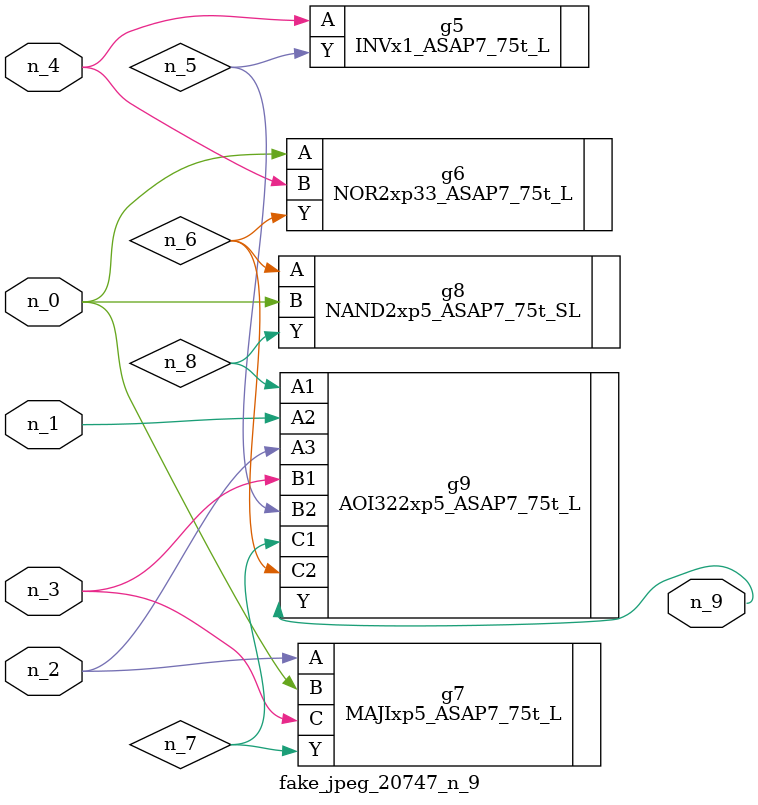
<source format=v>
module fake_jpeg_20747_n_9 (n_3, n_2, n_1, n_0, n_4, n_9);

input n_3;
input n_2;
input n_1;
input n_0;
input n_4;

output n_9;

wire n_8;
wire n_6;
wire n_5;
wire n_7;

INVx1_ASAP7_75t_L g5 ( 
.A(n_4),
.Y(n_5)
);

NOR2xp33_ASAP7_75t_L g6 ( 
.A(n_0),
.B(n_4),
.Y(n_6)
);

MAJIxp5_ASAP7_75t_L g7 ( 
.A(n_2),
.B(n_0),
.C(n_3),
.Y(n_7)
);

NAND2xp5_ASAP7_75t_SL g8 ( 
.A(n_6),
.B(n_0),
.Y(n_8)
);

AOI322xp5_ASAP7_75t_L g9 ( 
.A1(n_8),
.A2(n_1),
.A3(n_2),
.B1(n_3),
.B2(n_5),
.C1(n_7),
.C2(n_6),
.Y(n_9)
);


endmodule
</source>
